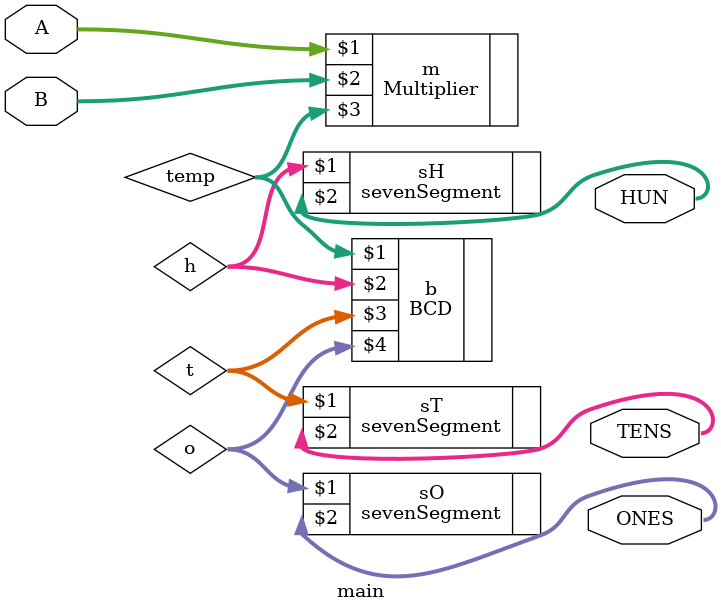
<source format=v>

module main(
input wire[3:0] A,B,
output wire[6:0] HUN,TENS,ONES
);
wire [7:0]temp;
wire [3:0] h,t,o;
Multiplier m(A,B,temp);
BCD b(temp,h,t,o);
sevenSegment sH(h,HUN);
sevenSegment sT(t,TENS);
sevenSegment sO(o,ONES);
endmodule
</source>
